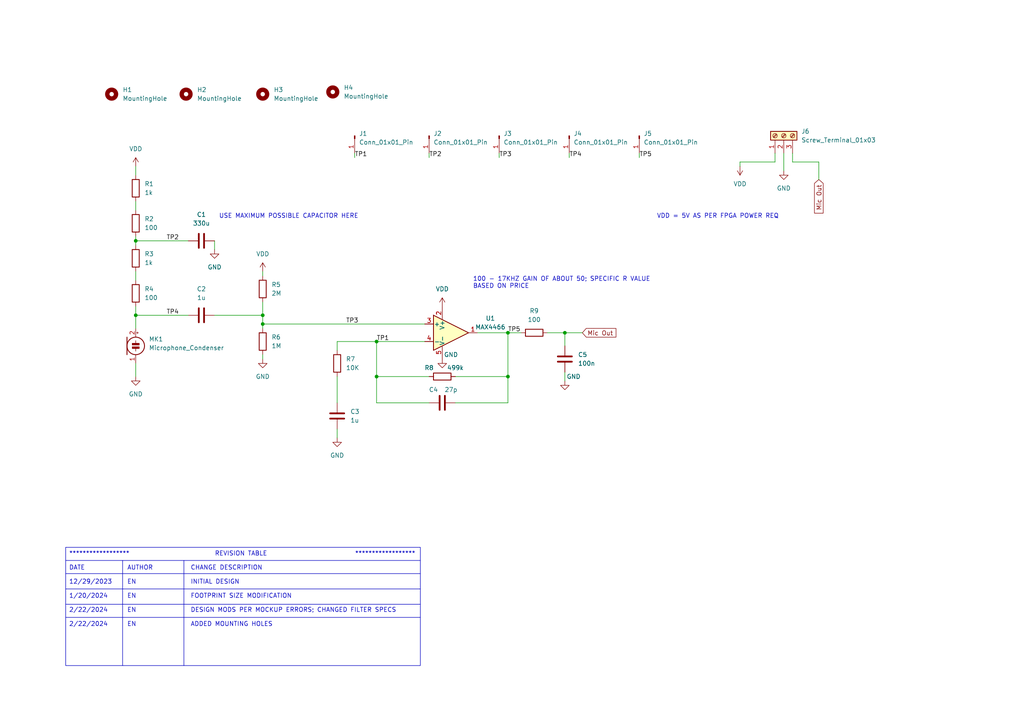
<source format=kicad_sch>
(kicad_sch (version 20230121) (generator eeschema)

  (uuid 571519de-2eb8-4552-bf3a-b048993b617b)

  (paper "A4")

  (title_block
    (title "MICROPHONE SCHEMATIC")
    (rev "D")
    (company "LNVD")
    (comment 1 "AUTHOR: EVAN NEWELL")
  )

  (lib_symbols
    (symbol "Amplifier_Operational:TSV911RILT" (pin_names (offset 0.127)) (in_bom yes) (on_board yes)
      (property "Reference" "U" (at 0 5.08 0)
        (effects (font (size 1.27 1.27)) (justify left))
      )
      (property "Value" "TSV911RILT" (at 0 -5.08 0)
        (effects (font (size 1.27 1.27)) (justify left))
      )
      (property "Footprint" "Package_TO_SOT_SMD:SOT-23-5" (at 0 0 0)
        (effects (font (size 1.27 1.27)) hide)
      )
      (property "Datasheet" "www.st.com/resource/en/datasheet/tsv911.pdf" (at 0 5.08 0)
        (effects (font (size 1.27 1.27)) hide)
      )
      (property "ki_keywords" "single opamp" (at 0 0 0)
        (effects (font (size 1.27 1.27)) hide)
      )
      (property "ki_description" "Single rail-to-rail input/output 8 MHz operational amplifiers, SOT-23-5" (at 0 0 0)
        (effects (font (size 1.27 1.27)) hide)
      )
      (property "ki_fp_filters" "SOT?23*" (at 0 0 0)
        (effects (font (size 1.27 1.27)) hide)
      )
      (symbol "TSV911RILT_0_1"
        (polyline
          (pts
            (xy -5.08 5.08)
            (xy 5.08 0)
            (xy -5.08 -5.08)
            (xy -5.08 5.08)
          )
          (stroke (width 0.254) (type default))
          (fill (type background))
        )
        (pin power_in line (at -2.54 7.62 270) (length 3.81)
          (name "V+" (effects (font (size 1.27 1.27))))
          (number "2" (effects (font (size 1.27 1.27))))
        )
        (pin power_in line (at -2.54 -7.62 90) (length 3.81)
          (name "V-" (effects (font (size 1.27 1.27))))
          (number "5" (effects (font (size 1.27 1.27))))
        )
      )
      (symbol "TSV911RILT_1_1"
        (pin output line (at 7.62 0 180) (length 2.54)
          (name "~" (effects (font (size 1.27 1.27))))
          (number "1" (effects (font (size 1.27 1.27))))
        )
        (pin input line (at -7.62 2.54 0) (length 2.54)
          (name "+" (effects (font (size 1.27 1.27))))
          (number "3" (effects (font (size 1.27 1.27))))
        )
        (pin input line (at -7.62 -2.54 0) (length 2.54)
          (name "-" (effects (font (size 1.27 1.27))))
          (number "4" (effects (font (size 1.27 1.27))))
        )
      )
    )
    (symbol "Connector:Conn_01x01_Pin" (pin_names (offset 1.016) hide) (in_bom yes) (on_board yes)
      (property "Reference" "J" (at 0 2.54 0)
        (effects (font (size 1.27 1.27)))
      )
      (property "Value" "Conn_01x01_Pin" (at 0 -2.54 0)
        (effects (font (size 1.27 1.27)))
      )
      (property "Footprint" "" (at 0 0 0)
        (effects (font (size 1.27 1.27)) hide)
      )
      (property "Datasheet" "~" (at 0 0 0)
        (effects (font (size 1.27 1.27)) hide)
      )
      (property "ki_locked" "" (at 0 0 0)
        (effects (font (size 1.27 1.27)))
      )
      (property "ki_keywords" "connector" (at 0 0 0)
        (effects (font (size 1.27 1.27)) hide)
      )
      (property "ki_description" "Generic connector, single row, 01x01, script generated" (at 0 0 0)
        (effects (font (size 1.27 1.27)) hide)
      )
      (property "ki_fp_filters" "Connector*:*_1x??_*" (at 0 0 0)
        (effects (font (size 1.27 1.27)) hide)
      )
      (symbol "Conn_01x01_Pin_1_1"
        (polyline
          (pts
            (xy 1.27 0)
            (xy 0.8636 0)
          )
          (stroke (width 0.1524) (type default))
          (fill (type none))
        )
        (rectangle (start 0.8636 0.127) (end 0 -0.127)
          (stroke (width 0.1524) (type default))
          (fill (type outline))
        )
        (pin passive line (at 5.08 0 180) (length 3.81)
          (name "Pin_1" (effects (font (size 1.27 1.27))))
          (number "1" (effects (font (size 1.27 1.27))))
        )
      )
    )
    (symbol "Connector:Screw_Terminal_01x03" (pin_names (offset 1.016) hide) (in_bom yes) (on_board yes)
      (property "Reference" "J" (at 0 5.08 0)
        (effects (font (size 1.27 1.27)))
      )
      (property "Value" "Screw_Terminal_01x03" (at 0 -5.08 0)
        (effects (font (size 1.27 1.27)))
      )
      (property "Footprint" "" (at 0 0 0)
        (effects (font (size 1.27 1.27)) hide)
      )
      (property "Datasheet" "~" (at 0 0 0)
        (effects (font (size 1.27 1.27)) hide)
      )
      (property "ki_keywords" "screw terminal" (at 0 0 0)
        (effects (font (size 1.27 1.27)) hide)
      )
      (property "ki_description" "Generic screw terminal, single row, 01x03, script generated (kicad-library-utils/schlib/autogen/connector/)" (at 0 0 0)
        (effects (font (size 1.27 1.27)) hide)
      )
      (property "ki_fp_filters" "TerminalBlock*:*" (at 0 0 0)
        (effects (font (size 1.27 1.27)) hide)
      )
      (symbol "Screw_Terminal_01x03_1_1"
        (rectangle (start -1.27 3.81) (end 1.27 -3.81)
          (stroke (width 0.254) (type default))
          (fill (type background))
        )
        (circle (center 0 -2.54) (radius 0.635)
          (stroke (width 0.1524) (type default))
          (fill (type none))
        )
        (polyline
          (pts
            (xy -0.5334 -2.2098)
            (xy 0.3302 -3.048)
          )
          (stroke (width 0.1524) (type default))
          (fill (type none))
        )
        (polyline
          (pts
            (xy -0.5334 0.3302)
            (xy 0.3302 -0.508)
          )
          (stroke (width 0.1524) (type default))
          (fill (type none))
        )
        (polyline
          (pts
            (xy -0.5334 2.8702)
            (xy 0.3302 2.032)
          )
          (stroke (width 0.1524) (type default))
          (fill (type none))
        )
        (polyline
          (pts
            (xy -0.3556 -2.032)
            (xy 0.508 -2.8702)
          )
          (stroke (width 0.1524) (type default))
          (fill (type none))
        )
        (polyline
          (pts
            (xy -0.3556 0.508)
            (xy 0.508 -0.3302)
          )
          (stroke (width 0.1524) (type default))
          (fill (type none))
        )
        (polyline
          (pts
            (xy -0.3556 3.048)
            (xy 0.508 2.2098)
          )
          (stroke (width 0.1524) (type default))
          (fill (type none))
        )
        (circle (center 0 0) (radius 0.635)
          (stroke (width 0.1524) (type default))
          (fill (type none))
        )
        (circle (center 0 2.54) (radius 0.635)
          (stroke (width 0.1524) (type default))
          (fill (type none))
        )
        (pin passive line (at -5.08 2.54 0) (length 3.81)
          (name "Pin_1" (effects (font (size 1.27 1.27))))
          (number "1" (effects (font (size 1.27 1.27))))
        )
        (pin passive line (at -5.08 0 0) (length 3.81)
          (name "Pin_2" (effects (font (size 1.27 1.27))))
          (number "2" (effects (font (size 1.27 1.27))))
        )
        (pin passive line (at -5.08 -2.54 0) (length 3.81)
          (name "Pin_3" (effects (font (size 1.27 1.27))))
          (number "3" (effects (font (size 1.27 1.27))))
        )
      )
    )
    (symbol "Device:C" (pin_numbers hide) (pin_names (offset 0.254)) (in_bom yes) (on_board yes)
      (property "Reference" "C" (at 0.635 2.54 0)
        (effects (font (size 1.27 1.27)) (justify left))
      )
      (property "Value" "C" (at 0.635 -2.54 0)
        (effects (font (size 1.27 1.27)) (justify left))
      )
      (property "Footprint" "" (at 0.9652 -3.81 0)
        (effects (font (size 1.27 1.27)) hide)
      )
      (property "Datasheet" "~" (at 0 0 0)
        (effects (font (size 1.27 1.27)) hide)
      )
      (property "ki_keywords" "cap capacitor" (at 0 0 0)
        (effects (font (size 1.27 1.27)) hide)
      )
      (property "ki_description" "Unpolarized capacitor" (at 0 0 0)
        (effects (font (size 1.27 1.27)) hide)
      )
      (property "ki_fp_filters" "C_*" (at 0 0 0)
        (effects (font (size 1.27 1.27)) hide)
      )
      (symbol "C_0_1"
        (polyline
          (pts
            (xy -2.032 -0.762)
            (xy 2.032 -0.762)
          )
          (stroke (width 0.508) (type default))
          (fill (type none))
        )
        (polyline
          (pts
            (xy -2.032 0.762)
            (xy 2.032 0.762)
          )
          (stroke (width 0.508) (type default))
          (fill (type none))
        )
      )
      (symbol "C_1_1"
        (pin passive line (at 0 3.81 270) (length 2.794)
          (name "~" (effects (font (size 1.27 1.27))))
          (number "1" (effects (font (size 1.27 1.27))))
        )
        (pin passive line (at 0 -3.81 90) (length 2.794)
          (name "~" (effects (font (size 1.27 1.27))))
          (number "2" (effects (font (size 1.27 1.27))))
        )
      )
    )
    (symbol "Device:Microphone_Condenser" (pin_names (offset 0.0254) hide) (in_bom yes) (on_board yes)
      (property "Reference" "MK" (at -3.302 1.27 0)
        (effects (font (size 1.27 1.27)) (justify right))
      )
      (property "Value" "Microphone_Condenser" (at -3.302 -0.635 0)
        (effects (font (size 1.27 1.27)) (justify right))
      )
      (property "Footprint" "" (at 0 2.54 90)
        (effects (font (size 1.27 1.27)) hide)
      )
      (property "Datasheet" "~" (at 0 2.54 90)
        (effects (font (size 1.27 1.27)) hide)
      )
      (property "ki_keywords" "capacitance condenser microphone" (at 0 0 0)
        (effects (font (size 1.27 1.27)) hide)
      )
      (property "ki_description" "Condenser microphone" (at 0 0 0)
        (effects (font (size 1.27 1.27)) hide)
      )
      (symbol "Microphone_Condenser_0_1"
        (polyline
          (pts
            (xy -2.54 2.54)
            (xy -2.54 -2.54)
          )
          (stroke (width 0.254) (type default))
          (fill (type none))
        )
        (polyline
          (pts
            (xy 0 -0.762)
            (xy 0 -1.524)
          )
          (stroke (width 0) (type default))
          (fill (type none))
        )
        (polyline
          (pts
            (xy 0 0.762)
            (xy 0 1.524)
          )
          (stroke (width 0) (type default))
          (fill (type none))
        )
        (polyline
          (pts
            (xy 0.254 3.81)
            (xy 0.762 3.81)
          )
          (stroke (width 0) (type default))
          (fill (type none))
        )
        (polyline
          (pts
            (xy 0.508 4.064)
            (xy 0.508 3.556)
          )
          (stroke (width 0) (type default))
          (fill (type none))
        )
        (circle (center 0 0) (radius 2.54)
          (stroke (width 0.254) (type default))
          (fill (type none))
        )
        (rectangle (start 1.016 -0.254) (end -1.016 -0.762)
          (stroke (width 0) (type default))
          (fill (type outline))
        )
        (rectangle (start 1.016 0.762) (end -1.016 0.254)
          (stroke (width 0) (type default))
          (fill (type outline))
        )
      )
      (symbol "Microphone_Condenser_1_1"
        (pin passive line (at 0 -5.08 90) (length 2.54)
          (name "-" (effects (font (size 1.27 1.27))))
          (number "1" (effects (font (size 1.27 1.27))))
        )
        (pin passive line (at 0 5.08 270) (length 2.54)
          (name "+" (effects (font (size 1.27 1.27))))
          (number "2" (effects (font (size 1.27 1.27))))
        )
      )
    )
    (symbol "Device:R" (pin_numbers hide) (pin_names (offset 0)) (in_bom yes) (on_board yes)
      (property "Reference" "R" (at 2.032 0 90)
        (effects (font (size 1.27 1.27)))
      )
      (property "Value" "R" (at 0 0 90)
        (effects (font (size 1.27 1.27)))
      )
      (property "Footprint" "" (at -1.778 0 90)
        (effects (font (size 1.27 1.27)) hide)
      )
      (property "Datasheet" "~" (at 0 0 0)
        (effects (font (size 1.27 1.27)) hide)
      )
      (property "ki_keywords" "R res resistor" (at 0 0 0)
        (effects (font (size 1.27 1.27)) hide)
      )
      (property "ki_description" "Resistor" (at 0 0 0)
        (effects (font (size 1.27 1.27)) hide)
      )
      (property "ki_fp_filters" "R_*" (at 0 0 0)
        (effects (font (size 1.27 1.27)) hide)
      )
      (symbol "R_0_1"
        (rectangle (start -1.016 -2.54) (end 1.016 2.54)
          (stroke (width 0.254) (type default))
          (fill (type none))
        )
      )
      (symbol "R_1_1"
        (pin passive line (at 0 3.81 270) (length 1.27)
          (name "~" (effects (font (size 1.27 1.27))))
          (number "1" (effects (font (size 1.27 1.27))))
        )
        (pin passive line (at 0 -3.81 90) (length 1.27)
          (name "~" (effects (font (size 1.27 1.27))))
          (number "2" (effects (font (size 1.27 1.27))))
        )
      )
    )
    (symbol "Mechanical:MountingHole" (pin_names (offset 1.016)) (in_bom yes) (on_board yes)
      (property "Reference" "H" (at 0 5.08 0)
        (effects (font (size 1.27 1.27)))
      )
      (property "Value" "MountingHole" (at 0 3.175 0)
        (effects (font (size 1.27 1.27)))
      )
      (property "Footprint" "" (at 0 0 0)
        (effects (font (size 1.27 1.27)) hide)
      )
      (property "Datasheet" "~" (at 0 0 0)
        (effects (font (size 1.27 1.27)) hide)
      )
      (property "ki_keywords" "mounting hole" (at 0 0 0)
        (effects (font (size 1.27 1.27)) hide)
      )
      (property "ki_description" "Mounting Hole without connection" (at 0 0 0)
        (effects (font (size 1.27 1.27)) hide)
      )
      (property "ki_fp_filters" "MountingHole*" (at 0 0 0)
        (effects (font (size 1.27 1.27)) hide)
      )
      (symbol "MountingHole_0_1"
        (circle (center 0 0) (radius 1.27)
          (stroke (width 1.27) (type default))
          (fill (type none))
        )
      )
    )
    (symbol "power:GND" (power) (pin_names (offset 0)) (in_bom yes) (on_board yes)
      (property "Reference" "#PWR" (at 0 -6.35 0)
        (effects (font (size 1.27 1.27)) hide)
      )
      (property "Value" "GND" (at 0 -3.81 0)
        (effects (font (size 1.27 1.27)))
      )
      (property "Footprint" "" (at 0 0 0)
        (effects (font (size 1.27 1.27)) hide)
      )
      (property "Datasheet" "" (at 0 0 0)
        (effects (font (size 1.27 1.27)) hide)
      )
      (property "ki_keywords" "global power" (at 0 0 0)
        (effects (font (size 1.27 1.27)) hide)
      )
      (property "ki_description" "Power symbol creates a global label with name \"GND\" , ground" (at 0 0 0)
        (effects (font (size 1.27 1.27)) hide)
      )
      (symbol "GND_0_1"
        (polyline
          (pts
            (xy 0 0)
            (xy 0 -1.27)
            (xy 1.27 -1.27)
            (xy 0 -2.54)
            (xy -1.27 -1.27)
            (xy 0 -1.27)
          )
          (stroke (width 0) (type default))
          (fill (type none))
        )
      )
      (symbol "GND_1_1"
        (pin power_in line (at 0 0 270) (length 0) hide
          (name "GND" (effects (font (size 1.27 1.27))))
          (number "1" (effects (font (size 1.27 1.27))))
        )
      )
    )
    (symbol "power:VDD" (power) (pin_names (offset 0)) (in_bom yes) (on_board yes)
      (property "Reference" "#PWR" (at 0 -3.81 0)
        (effects (font (size 1.27 1.27)) hide)
      )
      (property "Value" "VDD" (at 0 3.81 0)
        (effects (font (size 1.27 1.27)))
      )
      (property "Footprint" "" (at 0 0 0)
        (effects (font (size 1.27 1.27)) hide)
      )
      (property "Datasheet" "" (at 0 0 0)
        (effects (font (size 1.27 1.27)) hide)
      )
      (property "ki_keywords" "global power" (at 0 0 0)
        (effects (font (size 1.27 1.27)) hide)
      )
      (property "ki_description" "Power symbol creates a global label with name \"VDD\"" (at 0 0 0)
        (effects (font (size 1.27 1.27)) hide)
      )
      (symbol "VDD_0_1"
        (polyline
          (pts
            (xy -0.762 1.27)
            (xy 0 2.54)
          )
          (stroke (width 0) (type default))
          (fill (type none))
        )
        (polyline
          (pts
            (xy 0 0)
            (xy 0 2.54)
          )
          (stroke (width 0) (type default))
          (fill (type none))
        )
        (polyline
          (pts
            (xy 0 2.54)
            (xy 0.762 1.27)
          )
          (stroke (width 0) (type default))
          (fill (type none))
        )
      )
      (symbol "VDD_1_1"
        (pin power_in line (at 0 0 90) (length 0) hide
          (name "VDD" (effects (font (size 1.27 1.27))))
          (number "1" (effects (font (size 1.27 1.27))))
        )
      )
    )
  )

  (junction (at 39.37 91.44) (diameter 0) (color 0 0 0 0)
    (uuid 2f56f7c9-394f-4255-802a-1e0694fde849)
  )
  (junction (at 39.37 69.85) (diameter 0) (color 0 0 0 0)
    (uuid 589e516c-c88d-4e51-ab9f-a88c2bfd3a15)
  )
  (junction (at 109.22 109.22) (diameter 0) (color 0 0 0 0)
    (uuid 6eaa23c2-72ab-4211-a46a-65e526106bd9)
  )
  (junction (at 147.32 96.52) (diameter 0) (color 0 0 0 0)
    (uuid 9d6e953f-d34a-4592-8628-e11865b5a1be)
  )
  (junction (at 147.32 109.22) (diameter 0) (color 0 0 0 0)
    (uuid ca528db7-21d0-46c7-bb86-dcf005610b07)
  )
  (junction (at 76.2 91.44) (diameter 0) (color 0 0 0 0)
    (uuid cdb7ab73-1195-46a1-9a97-92f7a2f0bbee)
  )
  (junction (at 109.22 99.06) (diameter 0) (color 0 0 0 0)
    (uuid d7cdf9c1-6e75-4c05-93a5-b5735f32ecc1)
  )
  (junction (at 163.83 96.52) (diameter 0) (color 0 0 0 0)
    (uuid ea54582b-4a74-4918-aff1-b0b4e0273c3f)
  )
  (junction (at 76.2 93.98) (diameter 0) (color 0 0 0 0)
    (uuid f8499a2c-e379-435a-8705-336e722e69aa)
  )

  (wire (pts (xy 39.37 78.74) (xy 39.37 81.28))
    (stroke (width 0) (type default))
    (uuid 058fb24e-6228-4d00-bcf3-8481b6000148)
  )
  (wire (pts (xy 237.49 52.07) (xy 237.49 46.99))
    (stroke (width 0) (type default))
    (uuid 0a4166fb-1fc7-466d-bda5-1b201a8dea47)
  )
  (wire (pts (xy 109.22 99.06) (xy 123.19 99.06))
    (stroke (width 0) (type default))
    (uuid 0acbd19d-d772-46af-b753-2e89e394b631)
  )
  (wire (pts (xy 76.2 93.98) (xy 123.19 93.98))
    (stroke (width 0) (type default))
    (uuid 0b78a5d2-6936-40b1-be79-53cefa7345dc)
  )
  (polyline (pts (xy 53.34 162.56) (xy 53.34 193.04))
    (stroke (width 0) (type default))
    (uuid 0c436b25-cc4e-4814-8784-aa93cd99f9a7)
  )

  (wire (pts (xy 62.23 72.39) (xy 62.23 69.85))
    (stroke (width 0) (type default))
    (uuid 10124c87-80d7-49fd-b89d-619c7de5c06e)
  )
  (polyline (pts (xy 19.05 166.37) (xy 121.92 166.37))
    (stroke (width 0) (type default))
    (uuid 21ba456d-6802-409c-a824-3c5765aeaf4c)
  )

  (wire (pts (xy 39.37 88.9) (xy 39.37 91.44))
    (stroke (width 0) (type default))
    (uuid 26a948c0-3034-4405-9fe3-ccb47055d4de)
  )
  (wire (pts (xy 163.83 96.52) (xy 168.91 96.52))
    (stroke (width 0) (type default))
    (uuid 2ace1c2e-59ec-42f0-baf6-fdb5b14dd5a2)
  )
  (wire (pts (xy 124.46 116.84) (xy 109.22 116.84))
    (stroke (width 0) (type default))
    (uuid 38c2a51a-ce5b-446c-97e1-b7f5836ca04e)
  )
  (wire (pts (xy 214.63 46.99) (xy 214.63 48.26))
    (stroke (width 0) (type default))
    (uuid 3c452847-4d96-4cee-9c78-a41b87ec8ec3)
  )
  (wire (pts (xy 76.2 104.14) (xy 76.2 102.87))
    (stroke (width 0) (type default))
    (uuid 3ce5a339-d126-4bfa-9c47-9aba9a9ab628)
  )
  (wire (pts (xy 151.13 96.52) (xy 147.32 96.52))
    (stroke (width 0) (type default))
    (uuid 49c70d29-ef6b-40a8-9f6c-000ada0f8597)
  )
  (wire (pts (xy 39.37 69.85) (xy 39.37 71.12))
    (stroke (width 0) (type default))
    (uuid 50461457-d2ac-47b6-9413-76928b8c300b)
  )
  (wire (pts (xy 144.78 45.72) (xy 144.78 44.45))
    (stroke (width 0) (type default))
    (uuid 5d1e75d9-ab19-45c0-bf05-9931754e5cc1)
  )
  (wire (pts (xy 109.22 109.22) (xy 124.46 109.22))
    (stroke (width 0) (type default))
    (uuid 5ea7ba68-c87a-41dc-8b42-2e7fd6ea8945)
  )
  (wire (pts (xy 224.79 46.99) (xy 224.79 44.45))
    (stroke (width 0) (type default))
    (uuid 66ab87f1-a3b1-4cd0-b942-dd58e1b890a1)
  )
  (wire (pts (xy 76.2 93.98) (xy 76.2 95.25))
    (stroke (width 0) (type default))
    (uuid 695c3065-392b-4c98-ac80-5394bccb4d0e)
  )
  (wire (pts (xy 147.32 109.22) (xy 132.08 109.22))
    (stroke (width 0) (type default))
    (uuid 6a7c7d02-31ea-405b-b55a-dcad3da7d4ea)
  )
  (wire (pts (xy 39.37 48.26) (xy 39.37 50.8))
    (stroke (width 0) (type default))
    (uuid 6b2219b8-97f6-4470-8b57-33d1319ccb8f)
  )
  (wire (pts (xy 147.32 116.84) (xy 147.32 109.22))
    (stroke (width 0) (type default))
    (uuid 6ce831eb-899c-4036-9ae9-6623e26a3add)
  )
  (wire (pts (xy 147.32 96.52) (xy 147.32 109.22))
    (stroke (width 0) (type default))
    (uuid 813eca34-7196-4baf-ab52-4d6289c4bf0e)
  )
  (wire (pts (xy 138.43 96.52) (xy 147.32 96.52))
    (stroke (width 0) (type default))
    (uuid 8215cad1-5e0d-43cc-a78d-e998c598acc8)
  )
  (wire (pts (xy 124.46 45.72) (xy 124.46 44.45))
    (stroke (width 0) (type default))
    (uuid 83271716-aa57-4709-a50b-ef3356ac48fd)
  )
  (wire (pts (xy 97.79 101.6) (xy 97.79 99.06))
    (stroke (width 0) (type default))
    (uuid 916f536d-00f6-439c-99a5-35edeae8fdd1)
  )
  (wire (pts (xy 97.79 127) (xy 97.79 124.46))
    (stroke (width 0) (type default))
    (uuid 92b970c3-1be4-4f52-8b1e-189027fae94f)
  )
  (wire (pts (xy 214.63 46.99) (xy 224.79 46.99))
    (stroke (width 0) (type default))
    (uuid 92ccabc5-adf3-4e29-8997-e2222a523d1a)
  )
  (wire (pts (xy 109.22 99.06) (xy 109.22 109.22))
    (stroke (width 0) (type default))
    (uuid 972cfbdf-6bbe-4e5e-a519-9b7c9bfdc946)
  )
  (wire (pts (xy 163.83 96.52) (xy 163.83 100.33))
    (stroke (width 0) (type default))
    (uuid 97b575fb-4f42-4986-b0f4-bdc7f3d37c46)
  )
  (wire (pts (xy 39.37 109.22) (xy 39.37 105.41))
    (stroke (width 0) (type default))
    (uuid 9872d244-dd0f-40f7-be45-60e1df9b3b2c)
  )
  (wire (pts (xy 132.08 116.84) (xy 147.32 116.84))
    (stroke (width 0) (type default))
    (uuid 9b9237c3-8f83-4146-82b8-c71a618ab728)
  )
  (polyline (pts (xy 19.05 162.56) (xy 121.92 162.56))
    (stroke (width 0) (type default))
    (uuid 9bb3661c-aacd-4dd4-8a9d-7151c9e00f5b)
  )

  (wire (pts (xy 76.2 87.63) (xy 76.2 91.44))
    (stroke (width 0) (type default))
    (uuid 9ee69d0a-f3e0-4f21-a885-5d29a3dda0d8)
  )
  (wire (pts (xy 39.37 68.58) (xy 39.37 69.85))
    (stroke (width 0) (type default))
    (uuid a38153b3-e05e-4e9e-93d8-e247d19f7e22)
  )
  (wire (pts (xy 39.37 58.42) (xy 39.37 60.96))
    (stroke (width 0) (type default))
    (uuid a442eca6-3b99-4e31-9a05-771e3cbdea93)
  )
  (polyline (pts (xy 19.05 175.26) (xy 121.92 175.26))
    (stroke (width 0) (type default))
    (uuid a4d2d666-e994-4be6-95ad-75a80a4f22a0)
  )
  (polyline (pts (xy 35.56 162.56) (xy 35.56 193.04))
    (stroke (width 0) (type default))
    (uuid a9c77a76-2b59-42b5-9c3a-2a5f4ec1fee0)
  )
  (polyline (pts (xy 19.05 179.07) (xy 121.92 179.07))
    (stroke (width 0) (type default))
    (uuid abb03ba4-c1a4-4305-8642-17df15f3026b)
  )
  (polyline (pts (xy 19.05 170.815) (xy 121.92 170.815))
    (stroke (width 0) (type default))
    (uuid b0083fa7-d874-45bf-bbe6-9ef1a899bb4e)
  )

  (wire (pts (xy 227.33 49.53) (xy 227.33 44.45))
    (stroke (width 0) (type default))
    (uuid b9161542-a5bb-4209-8a75-0aa67201e924)
  )
  (wire (pts (xy 39.37 91.44) (xy 39.37 95.25))
    (stroke (width 0) (type default))
    (uuid bc68ef61-6d78-4e10-b2f1-3d0c9d7f9b8b)
  )
  (wire (pts (xy 163.83 110.49) (xy 163.83 107.95))
    (stroke (width 0) (type default))
    (uuid bf2aff6c-59b2-4bac-86f2-60bc9adb2fe8)
  )
  (wire (pts (xy 165.1 45.72) (xy 165.1 44.45))
    (stroke (width 0) (type default))
    (uuid c1aec1c3-41fa-4029-9755-5d75d86d5d9c)
  )
  (wire (pts (xy 237.49 46.99) (xy 229.87 46.99))
    (stroke (width 0) (type default))
    (uuid c201a823-b1bd-4b1e-b449-b07c3d32088e)
  )
  (wire (pts (xy 76.2 78.74) (xy 76.2 80.01))
    (stroke (width 0) (type default))
    (uuid c8d9d2c4-88a3-4dfb-9ac8-2ed55bfc8bd0)
  )
  (wire (pts (xy 39.37 91.44) (xy 54.61 91.44))
    (stroke (width 0) (type default))
    (uuid cce14976-2f45-4b1d-baab-dc94b9848eb8)
  )
  (wire (pts (xy 102.87 45.72) (xy 102.87 44.45))
    (stroke (width 0) (type default))
    (uuid d7040721-b59b-480e-b6d8-09dc698b9b0f)
  )
  (wire (pts (xy 76.2 91.44) (xy 76.2 93.98))
    (stroke (width 0) (type default))
    (uuid d88b3a2f-d5bc-487c-8e81-b09466d444b5)
  )
  (wire (pts (xy 229.87 46.99) (xy 229.87 44.45))
    (stroke (width 0) (type default))
    (uuid dac6dabd-65e5-441d-9bf0-67942fbf1598)
  )
  (wire (pts (xy 185.42 45.72) (xy 185.42 44.45))
    (stroke (width 0) (type default))
    (uuid dd954b27-5cff-41af-936c-08a570ccb4c5)
  )
  (wire (pts (xy 158.75 96.52) (xy 163.83 96.52))
    (stroke (width 0) (type default))
    (uuid e022d902-42d7-42e9-bf9c-60a1e46969d3)
  )
  (wire (pts (xy 97.79 109.22) (xy 97.79 116.84))
    (stroke (width 0) (type default))
    (uuid e3e06534-8bbc-421d-aa5c-173d960127ee)
  )
  (wire (pts (xy 54.61 69.85) (xy 39.37 69.85))
    (stroke (width 0) (type default))
    (uuid f68d657f-6533-45f5-ac39-1aa51d3251c5)
  )
  (wire (pts (xy 97.79 99.06) (xy 109.22 99.06))
    (stroke (width 0) (type default))
    (uuid fd5e0b20-413a-428f-9a1c-81d141cb974b)
  )
  (wire (pts (xy 109.22 109.22) (xy 109.22 116.84))
    (stroke (width 0) (type default))
    (uuid fe6353e3-fc2c-49b8-a310-d1146f131805)
  )
  (wire (pts (xy 62.23 91.44) (xy 76.2 91.44))
    (stroke (width 0) (type default))
    (uuid fe6a2aa2-c6f0-49e7-9b90-af011321bcae)
  )

  (text_box "******************				  REVISION TABLE				  ******************\n	\nDATE		  AUTHOR		CHANGE DESCRIPTION\n\n12/29/2023	  EN			INITIAL DESIGN\n\n1/20/2024	  EN			FOOTPRINT SIZE MODIFICATION\n\n2/22/2024	  EN			DESIGN MODS PER MOCKUP ERRORS; CHANGED FILTER SPECS\n\n2/22/2024	  EN			ADDED MOUNTING HOLES"
    (at 19.05 158.75 0) (size 102.87 34.29)
    (stroke (width 0) (type default))
    (fill (type none))
    (effects (font (size 1.27 1.27)) (justify left top))
    (uuid 46a13f31-3d36-4f16-8ba1-41506d5df85c)
  )

  (text "VDD = 5V AS PER FPGA POWER REQ" (at 190.5 63.5 0)
    (effects (font (size 1.27 1.27)) (justify left bottom))
    (uuid 376e1aa6-1c0a-4c76-af3e-c8f181143656)
  )
  (text "100 - 17KHZ GAIN OF ABOUT 50; SPECIFIC R VALUE\nBASED ON PRICE"
    (at 137.16 83.82 0)
    (effects (font (size 1.27 1.27)) (justify left bottom))
    (uuid 7a747be9-f068-4b15-8a03-48f01970e6b1)
  )
  (text "USE MAXIMUM POSSIBLE CAPACITOR HERE " (at 63.5 63.5 0)
    (effects (font (size 1.27 1.27)) (justify left bottom))
    (uuid fc3b8a7e-2acf-4721-86cb-fc09718e3217)
  )

  (label "TP4" (at 48.26 91.44 0) (fields_autoplaced)
    (effects (font (size 1.27 1.27)) (justify left bottom))
    (uuid 235dcca0-6339-4932-8011-3b53f0ffeed5)
  )
  (label "TP4" (at 165.1 45.72 0) (fields_autoplaced)
    (effects (font (size 1.27 1.27)) (justify left bottom))
    (uuid 6fcfc910-fea4-4038-bd87-e86845ce2ac7)
  )
  (label "TP3" (at 144.78 45.72 0) (fields_autoplaced)
    (effects (font (size 1.27 1.27)) (justify left bottom))
    (uuid 82822cc7-60f8-4c04-869e-98a63f532978)
  )
  (label "TP5" (at 147.32 96.52 0) (fields_autoplaced)
    (effects (font (size 1.27 1.27)) (justify left bottom))
    (uuid 9191baaa-ac7e-4540-8666-9d53ae33f16e)
  )
  (label "TP3" (at 100.33 93.98 0) (fields_autoplaced)
    (effects (font (size 1.27 1.27)) (justify left bottom))
    (uuid 9757b2ce-3945-4682-8e13-2283c4d932ea)
  )
  (label "TP1" (at 102.87 45.72 0) (fields_autoplaced)
    (effects (font (size 1.27 1.27)) (justify left bottom))
    (uuid 9fd81471-a5be-4fce-bf42-dc5aa12b151b)
  )
  (label "TP2" (at 48.26 69.85 0) (fields_autoplaced)
    (effects (font (size 1.27 1.27)) (justify left bottom))
    (uuid aab68071-2909-4918-a8ec-1678cf7f1fcb)
  )
  (label "TP1" (at 109.22 99.06 0) (fields_autoplaced)
    (effects (font (size 1.27 1.27)) (justify left bottom))
    (uuid b9629f90-3ec2-407d-8a85-0cc9c2f60526)
  )
  (label "TP2" (at 124.46 45.72 0) (fields_autoplaced)
    (effects (font (size 1.27 1.27)) (justify left bottom))
    (uuid f0154702-a343-44d3-b338-37645d0f96a6)
  )
  (label "TP5" (at 185.42 45.72 0) (fields_autoplaced)
    (effects (font (size 1.27 1.27)) (justify left bottom))
    (uuid f8a32d00-359c-475a-a79d-c67345c9c62a)
  )

  (global_label "Mic Out" (shape input) (at 168.91 96.52 0) (fields_autoplaced)
    (effects (font (size 1.27 1.27)) (justify left))
    (uuid 2b9ab0a3-ad82-4de0-ad9b-8b5bd2e5abb1)
    (property "Intersheetrefs" "${INTERSHEET_REFS}" (at 179.2128 96.52 0)
      (effects (font (size 1.27 1.27)) (justify left) hide)
    )
  )
  (global_label "Mic Out" (shape input) (at 237.49 52.07 270) (fields_autoplaced)
    (effects (font (size 1.27 1.27)) (justify right))
    (uuid aeb87312-bfcb-4140-baa3-e6d034afc62a)
    (property "Intersheetrefs" "${INTERSHEET_REFS}" (at 237.49 62.3728 90)
      (effects (font (size 1.27 1.27)) (justify right) hide)
    )
  )

  (symbol (lib_id "Mechanical:MountingHole") (at 53.975 27.305 0) (unit 1)
    (in_bom yes) (on_board yes) (dnp no) (fields_autoplaced)
    (uuid 0339915b-804a-4a0d-9020-e41465946298)
    (property "Reference" "H2" (at 57.15 26.035 0)
      (effects (font (size 1.27 1.27)) (justify left))
    )
    (property "Value" "MountingHole" (at 57.15 28.575 0)
      (effects (font (size 1.27 1.27)) (justify left))
    )
    (property "Footprint" "MountingHole:MountingHole_2mm" (at 53.975 27.305 0)
      (effects (font (size 1.27 1.27)) hide)
    )
    (property "Datasheet" "~" (at 53.975 27.305 0)
      (effects (font (size 1.27 1.27)) hide)
    )
    (instances
      (project "Microphone"
        (path "/571519de-2eb8-4552-bf3a-b048993b617b"
          (reference "H2") (unit 1)
        )
      )
    )
  )

  (symbol (lib_id "Connector:Conn_01x01_Pin") (at 102.87 39.37 270) (unit 1)
    (in_bom yes) (on_board yes) (dnp no) (fields_autoplaced)
    (uuid 13095dd7-8abd-4fe3-a4cb-9f663d840053)
    (property "Reference" "J1" (at 104.14 38.735 90)
      (effects (font (size 1.27 1.27)) (justify left))
    )
    (property "Value" "Conn_01x01_Pin" (at 104.14 41.275 90)
      (effects (font (size 1.27 1.27)) (justify left))
    )
    (property "Footprint" "Library:ADAM-TECH_PH1-01-UA" (at 102.87 39.37 0)
      (effects (font (size 1.27 1.27)) hide)
    )
    (property "Datasheet" "chrome-extension://efaidnbmnnnibpcajpcglclefindmkaj/https://app.adam-tech.com/products/download/data_sheet/201605/ph1-xx-ua-data-sheet.pdf" (at 102.87 39.37 0)
      (effects (font (size 1.27 1.27)) hide)
    )
    (property "Digikey Part #" "PH1-01-UA" (at 102.87 39.37 0)
      (effects (font (size 1.27 1.27)) hide)
    )
    (property "Price" "$0.10" (at 102.87 39.37 0)
      (effects (font (size 1.27 1.27)) hide)
    )
    (pin "1" (uuid 7254c230-eb07-4f2b-be8b-21c5eea1b3f8))
    (instances
      (project "Microphone"
        (path "/571519de-2eb8-4552-bf3a-b048993b617b"
          (reference "J1") (unit 1)
        )
      )
    )
  )

  (symbol (lib_id "Connector:Conn_01x01_Pin") (at 144.78 39.37 270) (unit 1)
    (in_bom yes) (on_board yes) (dnp no) (fields_autoplaced)
    (uuid 187992c8-2db7-43e3-a6cf-1bf6de020549)
    (property "Reference" "J3" (at 146.05 38.735 90)
      (effects (font (size 1.27 1.27)) (justify left))
    )
    (property "Value" "Conn_01x01_Pin" (at 146.05 41.275 90)
      (effects (font (size 1.27 1.27)) (justify left))
    )
    (property "Footprint" "Library:ADAM-TECH_PH1-01-UA" (at 144.78 39.37 0)
      (effects (font (size 1.27 1.27)) hide)
    )
    (property "Datasheet" "chrome-extension://efaidnbmnnnibpcajpcglclefindmkaj/https://app.adam-tech.com/products/download/data_sheet/201605/ph1-xx-ua-data-sheet.pdf" (at 144.78 39.37 0)
      (effects (font (size 1.27 1.27)) hide)
    )
    (property "Digikey Part #" "PH1-01-UA" (at 144.78 39.37 0)
      (effects (font (size 1.27 1.27)) hide)
    )
    (property "Price" "$0.10" (at 144.78 39.37 0)
      (effects (font (size 1.27 1.27)) hide)
    )
    (pin "1" (uuid 6acd4b8a-0bc2-43e7-942a-c8c125a206b0))
    (instances
      (project "Microphone"
        (path "/571519de-2eb8-4552-bf3a-b048993b617b"
          (reference "J3") (unit 1)
        )
      )
    )
  )

  (symbol (lib_id "power:VDD") (at 214.63 48.26 180) (unit 1)
    (in_bom yes) (on_board yes) (dnp no) (fields_autoplaced)
    (uuid 218150d5-1054-4da1-92ed-55402af95dc2)
    (property "Reference" "#PWR010" (at 214.63 44.45 0)
      (effects (font (size 1.27 1.27)) hide)
    )
    (property "Value" "VDD" (at 214.63 53.34 0)
      (effects (font (size 1.27 1.27)))
    )
    (property "Footprint" "" (at 214.63 48.26 0)
      (effects (font (size 1.27 1.27)) hide)
    )
    (property "Datasheet" "" (at 214.63 48.26 0)
      (effects (font (size 1.27 1.27)) hide)
    )
    (pin "1" (uuid 9cbb6761-21f1-4955-8b08-b6e65080a895))
    (instances
      (project "Microphone"
        (path "/571519de-2eb8-4552-bf3a-b048993b617b"
          (reference "#PWR010") (unit 1)
        )
      )
    )
  )

  (symbol (lib_id "Amplifier_Operational:TSV911RILT") (at 130.81 96.52 0) (unit 1)
    (in_bom yes) (on_board yes) (dnp no) (fields_autoplaced)
    (uuid 21836598-4f3b-478d-ae80-bf9fa189d4c0)
    (property "Reference" "U1" (at 142.24 92.3291 0)
      (effects (font (size 1.27 1.27)))
    )
    (property "Value" "MAX4466" (at 142.24 94.8691 0)
      (effects (font (size 1.27 1.27)))
    )
    (property "Footprint" "Library:Mic_Op_Amp" (at 130.81 96.52 0)
      (effects (font (size 1.27 1.27)) hide)
    )
    (property "Datasheet" "chrome-extension://efaidnbmnnnibpcajpcglclefindmkaj/https://www.analog.com/media/en/technical-documentation/data-sheets/max4465-max4469.pdf" (at 130.81 91.44 0)
      (effects (font (size 1.27 1.27)) hide)
    )
    (property "Digikey Part #" "MAX4466EXK+T" (at 130.81 96.52 0)
      (effects (font (size 1.27 1.27)) hide)
    )
    (property "Price" "$0.90" (at 130.81 96.52 0)
      (effects (font (size 1.27 1.27)) hide)
    )
    (pin "2" (uuid 084761de-4cc4-4654-913b-27b528a7b9ad))
    (pin "5" (uuid 9a44c6a6-f30f-4eab-84c6-b6e1f493df7c))
    (pin "1" (uuid aafdf380-4136-441c-9609-158d84e0be01))
    (pin "3" (uuid 8192ec4b-c8fa-418a-8fe0-8fe8804d8440))
    (pin "4" (uuid 1684c828-394d-4b50-b866-54357f39cbea))
    (instances
      (project "Microphone"
        (path "/571519de-2eb8-4552-bf3a-b048993b617b"
          (reference "U1") (unit 1)
        )
      )
    )
  )

  (symbol (lib_id "Device:R") (at 154.94 96.52 90) (unit 1)
    (in_bom yes) (on_board yes) (dnp no) (fields_autoplaced)
    (uuid 2911d11c-49da-449d-85fa-a30f41e38394)
    (property "Reference" "R9" (at 154.94 90.17 90)
      (effects (font (size 1.27 1.27)))
    )
    (property "Value" "100" (at 154.94 92.71 90)
      (effects (font (size 1.27 1.27)))
    )
    (property "Footprint" "Library:RESC2012X60N" (at 154.94 98.298 90)
      (effects (font (size 1.27 1.27)) hide)
    )
    (property "Datasheet" "https://www.yageo.com/upload/media/product/app/datasheet/rchip/pyu-rc_group_51_rohs_l.pdf" (at 154.94 96.52 0)
      (effects (font (size 1.27 1.27)) hide)
    )
    (property "Digikey Part #" "RC0805FR-07100RL" (at 154.94 96.52 90)
      (effects (font (size 1.27 1.27)) hide)
    )
    (property "Price" "$0.10" (at 154.94 96.52 90)
      (effects (font (size 1.27 1.27)) hide)
    )
    (pin "1" (uuid b882f4b5-e44d-466a-ac8f-91aa5950743d))
    (pin "2" (uuid daa251d3-3031-430c-97e8-2cd7f3cbe986))
    (instances
      (project "Microphone"
        (path "/571519de-2eb8-4552-bf3a-b048993b617b"
          (reference "R9") (unit 1)
        )
      )
    )
  )

  (symbol (lib_id "power:GND") (at 62.23 72.39 0) (unit 1)
    (in_bom yes) (on_board yes) (dnp no) (fields_autoplaced)
    (uuid 2bdbfd86-45a8-457e-b892-de0f6be5a62a)
    (property "Reference" "#PWR03" (at 62.23 78.74 0)
      (effects (font (size 1.27 1.27)) hide)
    )
    (property "Value" "GND" (at 62.23 77.47 0)
      (effects (font (size 1.27 1.27)))
    )
    (property "Footprint" "" (at 62.23 72.39 0)
      (effects (font (size 1.27 1.27)) hide)
    )
    (property "Datasheet" "" (at 62.23 72.39 0)
      (effects (font (size 1.27 1.27)) hide)
    )
    (pin "1" (uuid e6d520dd-28d1-4e7f-9e8c-ab5d9a09dd38))
    (instances
      (project "Microphone"
        (path "/571519de-2eb8-4552-bf3a-b048993b617b"
          (reference "#PWR03") (unit 1)
        )
      )
    )
  )

  (symbol (lib_id "power:VDD") (at 76.2 78.74 0) (unit 1)
    (in_bom yes) (on_board yes) (dnp no) (fields_autoplaced)
    (uuid 2e556dfe-d813-42c1-803d-101748c945b2)
    (property "Reference" "#PWR04" (at 76.2 82.55 0)
      (effects (font (size 1.27 1.27)) hide)
    )
    (property "Value" "VDD" (at 76.2 73.66 0)
      (effects (font (size 1.27 1.27)))
    )
    (property "Footprint" "" (at 76.2 78.74 0)
      (effects (font (size 1.27 1.27)) hide)
    )
    (property "Datasheet" "" (at 76.2 78.74 0)
      (effects (font (size 1.27 1.27)) hide)
    )
    (pin "1" (uuid 0abcaf86-89f0-480c-b611-f792a21426f8))
    (instances
      (project "Microphone"
        (path "/571519de-2eb8-4552-bf3a-b048993b617b"
          (reference "#PWR04") (unit 1)
        )
      )
    )
  )

  (symbol (lib_id "power:VDD") (at 128.27 88.9 0) (unit 1)
    (in_bom yes) (on_board yes) (dnp no) (fields_autoplaced)
    (uuid 2fd6b391-09c6-4316-9d6a-2c96e9aae5c0)
    (property "Reference" "#PWR07" (at 128.27 92.71 0)
      (effects (font (size 1.27 1.27)) hide)
    )
    (property "Value" "VDD" (at 128.27 83.82 0)
      (effects (font (size 1.27 1.27)))
    )
    (property "Footprint" "" (at 128.27 88.9 0)
      (effects (font (size 1.27 1.27)) hide)
    )
    (property "Datasheet" "" (at 128.27 88.9 0)
      (effects (font (size 1.27 1.27)) hide)
    )
    (pin "1" (uuid 9dd02dc4-eb85-4266-a95b-5a77ca9cb6e6))
    (instances
      (project "Microphone"
        (path "/571519de-2eb8-4552-bf3a-b048993b617b"
          (reference "#PWR07") (unit 1)
        )
      )
    )
  )

  (symbol (lib_id "power:GND") (at 227.33 49.53 0) (unit 1)
    (in_bom yes) (on_board yes) (dnp no) (fields_autoplaced)
    (uuid 30ccc412-ed1a-4cee-9dd7-abb87852fb93)
    (property "Reference" "#PWR011" (at 227.33 55.88 0)
      (effects (font (size 1.27 1.27)) hide)
    )
    (property "Value" "GND" (at 227.33 54.61 0)
      (effects (font (size 1.27 1.27)))
    )
    (property "Footprint" "" (at 227.33 49.53 0)
      (effects (font (size 1.27 1.27)) hide)
    )
    (property "Datasheet" "" (at 227.33 49.53 0)
      (effects (font (size 1.27 1.27)) hide)
    )
    (pin "1" (uuid aad02962-7c76-479f-ac40-49814b7cb4ea))
    (instances
      (project "Microphone"
        (path "/571519de-2eb8-4552-bf3a-b048993b617b"
          (reference "#PWR011") (unit 1)
        )
      )
    )
  )

  (symbol (lib_id "Connector:Conn_01x01_Pin") (at 124.46 39.37 270) (unit 1)
    (in_bom yes) (on_board yes) (dnp no) (fields_autoplaced)
    (uuid 3e235765-5faa-4204-bced-96864676d1e8)
    (property "Reference" "J2" (at 125.73 38.735 90)
      (effects (font (size 1.27 1.27)) (justify left))
    )
    (property "Value" "Conn_01x01_Pin" (at 125.73 41.275 90)
      (effects (font (size 1.27 1.27)) (justify left))
    )
    (property "Footprint" "Library:ADAM-TECH_PH1-01-UA" (at 124.46 39.37 0)
      (effects (font (size 1.27 1.27)) hide)
    )
    (property "Datasheet" "chrome-extension://efaidnbmnnnibpcajpcglclefindmkaj/https://app.adam-tech.com/products/download/data_sheet/201605/ph1-xx-ua-data-sheet.pdf" (at 124.46 39.37 0)
      (effects (font (size 1.27 1.27)) hide)
    )
    (property "Digikey Part #" "PH1-01-UA" (at 124.46 39.37 0)
      (effects (font (size 1.27 1.27)) hide)
    )
    (property "Price" "$0.10" (at 124.46 39.37 0)
      (effects (font (size 1.27 1.27)) hide)
    )
    (pin "1" (uuid 883caeb1-c78f-4430-9822-4e217b08442a))
    (instances
      (project "Microphone"
        (path "/571519de-2eb8-4552-bf3a-b048993b617b"
          (reference "J2") (unit 1)
        )
      )
    )
  )

  (symbol (lib_id "Connector:Screw_Terminal_01x03") (at 227.33 39.37 90) (unit 1)
    (in_bom yes) (on_board yes) (dnp no) (fields_autoplaced)
    (uuid 5508ae16-75bc-4698-9018-3079f84b3fc1)
    (property "Reference" "J6" (at 232.41 38.1 90)
      (effects (font (size 1.27 1.27)) (justify right))
    )
    (property "Value" "Screw_Terminal_01x03" (at 232.41 40.64 90)
      (effects (font (size 1.27 1.27)) (justify right))
    )
    (property "Footprint" "Library:CONN_1984976_PXC" (at 227.33 39.37 0)
      (effects (font (size 1.27 1.27)) hide)
    )
    (property "Datasheet" "https://mm.digikey.com/Volume0/opasdata/d220001/medias/docus/2515/COMBICON%20Spring-Cage%20PCB%20Term.%20Blocks.pdf" (at 227.33 39.37 0)
      (effects (font (size 1.27 1.27)) hide)
    )
    (property "Digikey Part #" "1984976" (at 227.33 39.37 90)
      (effects (font (size 1.27 1.27)) hide)
    )
    (property "Price" "$0.62" (at 227.33 39.37 90)
      (effects (font (size 1.27 1.27)) hide)
    )
    (pin "1" (uuid e1a0481f-4d54-486d-a909-04bb8636f250))
    (pin "2" (uuid d1022c65-1bbf-4eec-917e-3f7276e6bdb1))
    (pin "3" (uuid c6e2376d-7a22-4fd5-b587-25f75fb4ea9f))
    (instances
      (project "Microphone"
        (path "/571519de-2eb8-4552-bf3a-b048993b617b"
          (reference "J6") (unit 1)
        )
      )
    )
  )

  (symbol (lib_id "Device:C") (at 97.79 120.65 0) (unit 1)
    (in_bom yes) (on_board yes) (dnp no) (fields_autoplaced)
    (uuid 685435bd-9e6f-4c8a-9369-d28e1eded49e)
    (property "Reference" "C3" (at 101.6 119.38 0)
      (effects (font (size 1.27 1.27)) (justify left))
    )
    (property "Value" "1u" (at 101.6 121.92 0)
      (effects (font (size 1.27 1.27)) (justify left))
    )
    (property "Footprint" "Library:Cap0805" (at 98.7552 124.46 0)
      (effects (font (size 1.27 1.27)) hide)
    )
    (property "Datasheet" "https://mm.digikey.com/Volume0/opasdata/d220001/medias/docus/1105/CL21B105KAFNNNE_Spec.pdf" (at 97.79 120.65 0)
      (effects (font (size 1.27 1.27)) hide)
    )
    (property "Price" "$0.10" (at 97.79 120.65 0)
      (effects (font (size 1.27 1.27)) hide)
    )
    (property "Digikey Part #" "CL21B105KAFNNNE" (at 97.79 120.65 0)
      (effects (font (size 1.27 1.27)) hide)
    )
    (pin "1" (uuid 5220af11-bd53-46c7-93b1-c247d465b67a))
    (pin "2" (uuid 5f9ebd33-3467-42c2-98b8-222525fe580f))
    (instances
      (project "Microphone"
        (path "/571519de-2eb8-4552-bf3a-b048993b617b"
          (reference "C3") (unit 1)
        )
      )
    )
  )

  (symbol (lib_id "Connector:Conn_01x01_Pin") (at 185.42 39.37 270) (unit 1)
    (in_bom yes) (on_board yes) (dnp no) (fields_autoplaced)
    (uuid 70e95240-2efa-406d-b702-e20d42782baa)
    (property "Reference" "J5" (at 186.69 38.735 90)
      (effects (font (size 1.27 1.27)) (justify left))
    )
    (property "Value" "Conn_01x01_Pin" (at 186.69 41.275 90)
      (effects (font (size 1.27 1.27)) (justify left))
    )
    (property "Footprint" "Library:ADAM-TECH_PH1-01-UA" (at 185.42 39.37 0)
      (effects (font (size 1.27 1.27)) hide)
    )
    (property "Datasheet" "chrome-extension://efaidnbmnnnibpcajpcglclefindmkaj/https://app.adam-tech.com/products/download/data_sheet/201605/ph1-xx-ua-data-sheet.pdf" (at 185.42 39.37 0)
      (effects (font (size 1.27 1.27)) hide)
    )
    (property "Digikey Part #" "PH1-01-UA" (at 185.42 39.37 90)
      (effects (font (size 1.27 1.27)) hide)
    )
    (property "Price" "$0.10" (at 185.42 39.37 90)
      (effects (font (size 1.27 1.27)) hide)
    )
    (pin "1" (uuid 4894dbe2-0a67-44ff-9229-0c7b31675463))
    (instances
      (project "Microphone"
        (path "/571519de-2eb8-4552-bf3a-b048993b617b"
          (reference "J5") (unit 1)
        )
      )
    )
  )

  (symbol (lib_id "Mechanical:MountingHole") (at 32.385 27.305 0) (unit 1)
    (in_bom yes) (on_board yes) (dnp no) (fields_autoplaced)
    (uuid 710e2baf-46f5-44ff-9f58-459ab8962664)
    (property "Reference" "H1" (at 35.56 26.035 0)
      (effects (font (size 1.27 1.27)) (justify left))
    )
    (property "Value" "MountingHole" (at 35.56 28.575 0)
      (effects (font (size 1.27 1.27)) (justify left))
    )
    (property "Footprint" "MountingHole:MountingHole_2mm" (at 32.385 27.305 0)
      (effects (font (size 1.27 1.27)) hide)
    )
    (property "Datasheet" "~" (at 32.385 27.305 0)
      (effects (font (size 1.27 1.27)) hide)
    )
    (instances
      (project "Microphone"
        (path "/571519de-2eb8-4552-bf3a-b048993b617b"
          (reference "H1") (unit 1)
        )
      )
    )
  )

  (symbol (lib_id "power:GND") (at 39.37 109.22 0) (unit 1)
    (in_bom yes) (on_board yes) (dnp no) (fields_autoplaced)
    (uuid 8b17cfa7-98c8-485c-9224-ddb24cbc9b86)
    (property "Reference" "#PWR02" (at 39.37 115.57 0)
      (effects (font (size 1.27 1.27)) hide)
    )
    (property "Value" "GND" (at 39.37 114.3 0)
      (effects (font (size 1.27 1.27)))
    )
    (property "Footprint" "" (at 39.37 109.22 0)
      (effects (font (size 1.27 1.27)) hide)
    )
    (property "Datasheet" "" (at 39.37 109.22 0)
      (effects (font (size 1.27 1.27)) hide)
    )
    (pin "1" (uuid 52a6f4a2-e0b2-4e3e-8774-25d490101807))
    (instances
      (project "Microphone"
        (path "/571519de-2eb8-4552-bf3a-b048993b617b"
          (reference "#PWR02") (unit 1)
        )
      )
    )
  )

  (symbol (lib_id "Device:C") (at 58.42 91.44 90) (unit 1)
    (in_bom yes) (on_board yes) (dnp no) (fields_autoplaced)
    (uuid 8b657be8-e581-447a-9a05-a2fbcae64b20)
    (property "Reference" "C2" (at 58.42 83.82 90)
      (effects (font (size 1.27 1.27)))
    )
    (property "Value" "1u" (at 58.42 86.36 90)
      (effects (font (size 1.27 1.27)))
    )
    (property "Footprint" "Library:Cap0805" (at 62.23 90.4748 0)
      (effects (font (size 1.27 1.27)) hide)
    )
    (property "Datasheet" "https://mm.digikey.com/Volume0/opasdata/d220001/medias/docus/1105/CL21B105KAFNNNE_Spec.pdf" (at 58.42 91.44 0)
      (effects (font (size 1.27 1.27)) hide)
    )
    (property "Digikey Part #" "CL21B105KAFNNNE" (at 58.42 91.44 90)
      (effects (font (size 1.27 1.27)) hide)
    )
    (property "Price" "$0.10" (at 58.42 91.44 0)
      (effects (font (size 1.27 1.27)) hide)
    )
    (pin "1" (uuid 1cebef28-6602-48ec-9fc9-df257548e3cf))
    (pin "2" (uuid 5414610e-db2f-41fd-b1f7-657802224698))
    (instances
      (project "Microphone"
        (path "/571519de-2eb8-4552-bf3a-b048993b617b"
          (reference "C2") (unit 1)
        )
      )
    )
  )

  (symbol (lib_id "power:GND") (at 97.79 127 0) (unit 1)
    (in_bom yes) (on_board yes) (dnp no) (fields_autoplaced)
    (uuid 8bceeeec-4d51-4b8c-a556-d0e40633a6c7)
    (property "Reference" "#PWR06" (at 97.79 133.35 0)
      (effects (font (size 1.27 1.27)) hide)
    )
    (property "Value" "GND" (at 97.79 132.08 0)
      (effects (font (size 1.27 1.27)))
    )
    (property "Footprint" "" (at 97.79 127 0)
      (effects (font (size 1.27 1.27)) hide)
    )
    (property "Datasheet" "" (at 97.79 127 0)
      (effects (font (size 1.27 1.27)) hide)
    )
    (pin "1" (uuid cb155463-d55d-42a7-b295-4abbb1dc63c0))
    (instances
      (project "Microphone"
        (path "/571519de-2eb8-4552-bf3a-b048993b617b"
          (reference "#PWR06") (unit 1)
        )
      )
    )
  )

  (symbol (lib_id "Device:R") (at 39.37 54.61 0) (unit 1)
    (in_bom yes) (on_board yes) (dnp no) (fields_autoplaced)
    (uuid 926d59a9-4c25-46b4-a22e-87566cc70feb)
    (property "Reference" "R1" (at 41.91 53.34 0)
      (effects (font (size 1.27 1.27)) (justify left))
    )
    (property "Value" "1k" (at 41.91 55.88 0)
      (effects (font (size 1.27 1.27)) (justify left))
    )
    (property "Footprint" "Library:RESC2012X60N" (at 37.592 54.61 90)
      (effects (font (size 1.27 1.27)) hide)
    )
    (property "Datasheet" "~chrome-extension://efaidnbmnnnibpcajpcglclefindmkaj/https://www.seielect.com/catalog/sei-rmcf_rmcp.pdf" (at 39.37 54.61 0)
      (effects (font (size 1.27 1.27)) hide)
    )
    (property "Digikey Part #" "RMCF0805FT1K00" (at 39.37 54.61 0)
      (effects (font (size 1.27 1.27)) hide)
    )
    (property "Price" "$0.10" (at 39.37 54.61 0)
      (effects (font (size 1.27 1.27)) hide)
    )
    (pin "1" (uuid efe4bc41-1ca0-4727-8ad3-458c07f25d3d))
    (pin "2" (uuid cf1c72fe-57ac-4459-a8df-c3c3abacae2a))
    (instances
      (project "Microphone"
        (path "/571519de-2eb8-4552-bf3a-b048993b617b"
          (reference "R1") (unit 1)
        )
      )
    )
  )

  (symbol (lib_id "Device:Microphone_Condenser") (at 39.37 100.33 0) (unit 1)
    (in_bom yes) (on_board yes) (dnp no) (fields_autoplaced)
    (uuid 932b680f-491f-4bca-a439-ead8a2c8aca8)
    (property "Reference" "MK1" (at 43.18 98.3615 0)
      (effects (font (size 1.27 1.27)) (justify left))
    )
    (property "Value" "Microphone_Condenser" (at 43.18 100.9015 0)
      (effects (font (size 1.27 1.27)) (justify left))
    )
    (property "Footprint" "Library:CMA_CUI_9P7X9P7_CUD" (at 39.37 97.79 90)
      (effects (font (size 1.27 1.27)) hide)
    )
    (property "Datasheet" "https://www.cuidevices.com/product/resource/cma-6542pf.pdf" (at 39.37 97.79 90)
      (effects (font (size 1.27 1.27)) hide)
    )
    (property "Digikey Part #" "CMA-6524PF" (at 39.37 100.33 0)
      (effects (font (size 1.27 1.27)) hide)
    )
    (property "Price" "$0.78" (at 39.37 100.33 0)
      (effects (font (size 1.27 1.27)) hide)
    )
    (pin "1" (uuid e02cdca3-6817-48e5-a635-50a2451b8f8f))
    (pin "2" (uuid 1f17b3bc-c6c2-4655-aeb3-56e367aa1979))
    (instances
      (project "Microphone"
        (path "/571519de-2eb8-4552-bf3a-b048993b617b"
          (reference "MK1") (unit 1)
        )
      )
    )
  )

  (symbol (lib_id "Connector:Conn_01x01_Pin") (at 165.1 39.37 270) (unit 1)
    (in_bom yes) (on_board yes) (dnp no) (fields_autoplaced)
    (uuid 96ab282a-dcaa-4125-b789-63f0ee5b76e7)
    (property "Reference" "J4" (at 166.37 38.735 90)
      (effects (font (size 1.27 1.27)) (justify left))
    )
    (property "Value" "Conn_01x01_Pin" (at 166.37 41.275 90)
      (effects (font (size 1.27 1.27)) (justify left))
    )
    (property "Footprint" "Library:ADAM-TECH_PH1-01-UA" (at 165.1 39.37 0)
      (effects (font (size 1.27 1.27)) hide)
    )
    (property "Datasheet" "chrome-extension://efaidnbmnnnibpcajpcglclefindmkaj/https://app.adam-tech.com/products/download/data_sheet/201605/ph1-xx-ua-data-sheet.pdf" (at 165.1 39.37 0)
      (effects (font (size 1.27 1.27)) hide)
    )
    (property "Digikey Part #" "PH1-01-UA" (at 165.1 39.37 0)
      (effects (font (size 1.27 1.27)) hide)
    )
    (property "Price" "$0.10" (at 165.1 39.37 0)
      (effects (font (size 1.27 1.27)) hide)
    )
    (pin "1" (uuid 429fdcbe-1c40-4ae7-a8fb-b31936dca491))
    (instances
      (project "Microphone"
        (path "/571519de-2eb8-4552-bf3a-b048993b617b"
          (reference "J4") (unit 1)
        )
      )
    )
  )

  (symbol (lib_id "Device:R") (at 97.79 105.41 0) (unit 1)
    (in_bom yes) (on_board yes) (dnp no) (fields_autoplaced)
    (uuid 9c8b7a5d-f413-415c-b0af-18890dfb08e0)
    (property "Reference" "R7" (at 100.33 104.14 0)
      (effects (font (size 1.27 1.27)) (justify left))
    )
    (property "Value" "10K" (at 100.33 106.68 0)
      (effects (font (size 1.27 1.27)) (justify left))
    )
    (property "Footprint" "Library:RESC2012X60N" (at 96.012 105.41 90)
      (effects (font (size 1.27 1.27)) hide)
    )
    (property "Datasheet" "~chrome-extension://efaidnbmnnnibpcajpcglclefindmkaj/https://www.seielect.com/catalog/sei-rmcf_rmcp.pdf" (at 97.79 105.41 0)
      (effects (font (size 1.27 1.27)) hide)
    )
    (property "Digikey Part #" "RMCF0805FT10K0" (at 97.79 105.41 0)
      (effects (font (size 1.27 1.27)) hide)
    )
    (property "Price" "$0.10" (at 97.79 105.41 0)
      (effects (font (size 1.27 1.27)) hide)
    )
    (pin "1" (uuid abf4d2f6-1435-4718-8b6b-aca3eb3a15f8))
    (pin "2" (uuid ba34be5e-2ef1-434f-803b-5c3076f7686b))
    (instances
      (project "Microphone"
        (path "/571519de-2eb8-4552-bf3a-b048993b617b"
          (reference "R7") (unit 1)
        )
      )
    )
  )

  (symbol (lib_id "Device:C") (at 163.83 104.14 0) (unit 1)
    (in_bom yes) (on_board yes) (dnp no) (fields_autoplaced)
    (uuid 9e2c0471-e59d-4e22-8f26-271ca362bbd1)
    (property "Reference" "C5" (at 167.64 102.87 0)
      (effects (font (size 1.27 1.27)) (justify left))
    )
    (property "Value" "100n" (at 167.64 105.41 0)
      (effects (font (size 1.27 1.27)) (justify left))
    )
    (property "Footprint" "Library:Cap0805" (at 164.7952 107.95 0)
      (effects (font (size 1.27 1.27)) hide)
    )
    (property "Datasheet" "https://www.yageo.com/upload/media/product/app/datasheet/mlcc/upy-gphc_x7r_6_3v-to-250v.pdf" (at 163.83 104.14 0)
      (effects (font (size 1.27 1.27)) hide)
    )
    (property "Digikey Part #" "CC0805KRX7R9BB104" (at 163.83 104.14 0)
      (effects (font (size 1.27 1.27)) hide)
    )
    (property "Price" "$0.10" (at 163.83 104.14 0)
      (effects (font (size 1.27 1.27)) hide)
    )
    (pin "1" (uuid 239a446f-9a2f-4d0e-a8e0-f222019c4277))
    (pin "2" (uuid efc3a856-af9a-4050-9a3b-dbbb456dc20f))
    (instances
      (project "Microphone"
        (path "/571519de-2eb8-4552-bf3a-b048993b617b"
          (reference "C5") (unit 1)
        )
      )
    )
  )

  (symbol (lib_id "Device:R") (at 39.37 74.93 0) (unit 1)
    (in_bom yes) (on_board yes) (dnp no) (fields_autoplaced)
    (uuid a2495716-dd72-47f5-ba7a-54c9a6055fdf)
    (property "Reference" "R3" (at 41.91 73.66 0)
      (effects (font (size 1.27 1.27)) (justify left))
    )
    (property "Value" "1k" (at 41.91 76.2 0)
      (effects (font (size 1.27 1.27)) (justify left))
    )
    (property "Footprint" "Library:RESC2012X60N" (at 37.592 74.93 90)
      (effects (font (size 1.27 1.27)) hide)
    )
    (property "Datasheet" "~chrome-extension://efaidnbmnnnibpcajpcglclefindmkaj/https://www.seielect.com/catalog/sei-rmcf_rmcp.pdf" (at 39.37 74.93 0)
      (effects (font (size 1.27 1.27)) hide)
    )
    (property "Digikey Part #" "RMCF0805FT1K00" (at 39.37 74.93 0)
      (effects (font (size 1.27 1.27)) hide)
    )
    (property "Price" "$0.10" (at 39.37 74.93 0)
      (effects (font (size 1.27 1.27)) hide)
    )
    (pin "1" (uuid ebfe2ce1-8b62-442d-abaa-451990de8424))
    (pin "2" (uuid 80be3ccd-a7e1-4784-ae97-a06453c5a33f))
    (instances
      (project "Microphone"
        (path "/571519de-2eb8-4552-bf3a-b048993b617b"
          (reference "R3") (unit 1)
        )
      )
    )
  )

  (symbol (lib_id "Device:C") (at 58.42 69.85 90) (unit 1)
    (in_bom yes) (on_board yes) (dnp no) (fields_autoplaced)
    (uuid a2e2543b-362f-4955-8942-85b3bf5523e2)
    (property "Reference" "C1" (at 58.42 62.23 90)
      (effects (font (size 1.27 1.27)))
    )
    (property "Value" "330u" (at 58.42 64.77 90)
      (effects (font (size 1.27 1.27)))
    )
    (property "Footprint" "Library:CAPC3225X280N" (at 62.23 68.8848 0)
      (effects (font (size 1.27 1.27)) hide)
    )
    (property "Datasheet" "~https://search.murata.co.jp/Ceramy/image/img/A01X/G101/ENG/GRM32EC80E337ME05-01A.pdf" (at 58.42 69.85 0)
      (effects (font (size 1.27 1.27)) hide)
    )
    (property "Digikey Part #" "GRM32EC80E337ME05K" (at 58.42 69.85 0)
      (effects (font (size 1.27 1.27)) hide)
    )
    (property "Price" "$1.83" (at 58.42 69.85 0)
      (effects (font (size 1.27 1.27)) hide)
    )
    (pin "1" (uuid 7e90dbdd-0a73-4db2-aa3f-ea0d2d057bbc))
    (pin "2" (uuid 62151334-646e-4153-adae-ebac8760fc4b))
    (instances
      (project "Microphone"
        (path "/571519de-2eb8-4552-bf3a-b048993b617b"
          (reference "C1") (unit 1)
        )
      )
    )
  )

  (symbol (lib_id "Mechanical:MountingHole") (at 96.52 26.67 0) (unit 1)
    (in_bom yes) (on_board yes) (dnp no) (fields_autoplaced)
    (uuid a32ec1bd-8b8c-47cb-b961-edf98674e2ac)
    (property "Reference" "H4" (at 99.695 25.4 0)
      (effects (font (size 1.27 1.27)) (justify left))
    )
    (property "Value" "MountingHole" (at 99.695 27.94 0)
      (effects (font (size 1.27 1.27)) (justify left))
    )
    (property "Footprint" "MountingHole:MountingHole_2mm" (at 96.52 26.67 0)
      (effects (font (size 1.27 1.27)) hide)
    )
    (property "Datasheet" "~" (at 96.52 26.67 0)
      (effects (font (size 1.27 1.27)) hide)
    )
    (instances
      (project "Microphone"
        (path "/571519de-2eb8-4552-bf3a-b048993b617b"
          (reference "H4") (unit 1)
        )
      )
    )
  )

  (symbol (lib_id "power:GND") (at 163.83 110.49 0) (unit 1)
    (in_bom yes) (on_board yes) (dnp no)
    (uuid a8b562df-4ac4-44c0-b489-3dafc63db2c6)
    (property "Reference" "#PWR09" (at 163.83 116.84 0)
      (effects (font (size 1.27 1.27)) hide)
    )
    (property "Value" "GND" (at 166.37 109.22 0)
      (effects (font (size 1.27 1.27)))
    )
    (property "Footprint" "" (at 163.83 110.49 0)
      (effects (font (size 1.27 1.27)) hide)
    )
    (property "Datasheet" "" (at 163.83 110.49 0)
      (effects (font (size 1.27 1.27)) hide)
    )
    (pin "1" (uuid 06e3513b-31a4-4229-98e4-6d515b768af3))
    (instances
      (project "Microphone"
        (path "/571519de-2eb8-4552-bf3a-b048993b617b"
          (reference "#PWR09") (unit 1)
        )
      )
    )
  )

  (symbol (lib_id "Device:R") (at 76.2 99.06 0) (unit 1)
    (in_bom yes) (on_board yes) (dnp no) (fields_autoplaced)
    (uuid b0687409-afb7-4370-b825-3278db3e294c)
    (property "Reference" "R6" (at 78.74 97.79 0)
      (effects (font (size 1.27 1.27)) (justify left))
    )
    (property "Value" "1M" (at 78.74 100.33 0)
      (effects (font (size 1.27 1.27)) (justify left))
    )
    (property "Footprint" "Library:RESC2012X60N" (at 74.422 99.06 90)
      (effects (font (size 1.27 1.27)) hide)
    )
    (property "Datasheet" "~chrome-extension://efaidnbmnnnibpcajpcglclefindmkaj/https://www.seielect.com/catalog/sei-rmcf_rmcp.pdf" (at 76.2 99.06 0)
      (effects (font (size 1.27 1.27)) hide)
    )
    (property "Digikey Part #" "RMCF0805FG1M00" (at 76.2 99.06 0)
      (effects (font (size 1.27 1.27)) hide)
    )
    (property "Price" "$0.10" (at 76.2 99.06 0)
      (effects (font (size 1.27 1.27)) hide)
    )
    (pin "1" (uuid 95a425d6-78ab-4f6c-9c11-513da05eaa2f))
    (pin "2" (uuid 4d8d68f3-ae22-4c63-ac32-8ec985968e3c))
    (instances
      (project "Microphone"
        (path "/571519de-2eb8-4552-bf3a-b048993b617b"
          (reference "R6") (unit 1)
        )
      )
    )
  )

  (symbol (lib_id "Device:R") (at 39.37 64.77 0) (unit 1)
    (in_bom yes) (on_board yes) (dnp no) (fields_autoplaced)
    (uuid c0537029-de9a-4e20-8e9c-fa461c732282)
    (property "Reference" "R2" (at 41.91 63.5 0)
      (effects (font (size 1.27 1.27)) (justify left))
    )
    (property "Value" "100" (at 41.91 66.04 0)
      (effects (font (size 1.27 1.27)) (justify left))
    )
    (property "Footprint" "Library:RESC2012X60N" (at 37.592 64.77 90)
      (effects (font (size 1.27 1.27)) hide)
    )
    (property "Datasheet" "https://www.yageo.com/upload/media/product/app/datasheet/rchip/pyu-rc_group_51_rohs_l.pdf" (at 39.37 64.77 0)
      (effects (font (size 1.27 1.27)) hide)
    )
    (property "Digikey Part #" "RC0805FR-07100RL" (at 39.37 64.77 0)
      (effects (font (size 1.27 1.27)) hide)
    )
    (property "Price" "$0.10" (at 39.37 64.77 0)
      (effects (font (size 1.27 1.27)) hide)
    )
    (pin "1" (uuid d30335ec-1368-4242-b250-e28a93c0aa01))
    (pin "2" (uuid a4f6766b-dc25-4bf6-9a1b-a095b6c85b89))
    (instances
      (project "Microphone"
        (path "/571519de-2eb8-4552-bf3a-b048993b617b"
          (reference "R2") (unit 1)
        )
      )
    )
  )

  (symbol (lib_id "Device:R") (at 128.27 109.22 90) (unit 1)
    (in_bom yes) (on_board yes) (dnp no)
    (uuid c0a7eec5-5a2e-4260-bf60-4a65e89adc92)
    (property "Reference" "R8" (at 124.46 106.68 90)
      (effects (font (size 1.27 1.27)))
    )
    (property "Value" "499k" (at 132.08 106.68 90)
      (effects (font (size 1.27 1.27)))
    )
    (property "Footprint" "Library:RESC2012X60N" (at 128.27 110.998 90)
      (effects (font (size 1.27 1.27)) hide)
    )
    (property "Datasheet" "chrome-extension://efaidnbmnnnibpcajpcglclefindmkaj/https://www.bourns.com/docs/product-datasheets/cr.pdf?sfvrsn=574d41f6_14" (at 128.27 109.22 0)
      (effects (font (size 1.27 1.27)) hide)
    )
    (property "Digikey Part #" "CR0805-FX-4993ELF" (at 128.27 109.22 90)
      (effects (font (size 1.27 1.27)) hide)
    )
    (property "Price" "$0.10" (at 128.27 109.22 90)
      (effects (font (size 1.27 1.27)) hide)
    )
    (pin "1" (uuid 38065ea0-9dc8-4de5-a91b-eca59dc1f22b))
    (pin "2" (uuid b37c8996-a7f9-4d85-a7af-259766ddf457))
    (instances
      (project "Microphone"
        (path "/571519de-2eb8-4552-bf3a-b048993b617b"
          (reference "R8") (unit 1)
        )
      )
    )
  )

  (symbol (lib_id "power:GND") (at 76.2 104.14 0) (unit 1)
    (in_bom yes) (on_board yes) (dnp no) (fields_autoplaced)
    (uuid c570d64f-59c6-434d-a588-7ab9be127898)
    (property "Reference" "#PWR05" (at 76.2 110.49 0)
      (effects (font (size 1.27 1.27)) hide)
    )
    (property "Value" "GND" (at 76.2 109.22 0)
      (effects (font (size 1.27 1.27)))
    )
    (property "Footprint" "" (at 76.2 104.14 0)
      (effects (font (size 1.27 1.27)) hide)
    )
    (property "Datasheet" "" (at 76.2 104.14 0)
      (effects (font (size 1.27 1.27)) hide)
    )
    (pin "1" (uuid d8fe5846-18c7-4115-8219-919513dbe2a7))
    (instances
      (project "Microphone"
        (path "/571519de-2eb8-4552-bf3a-b048993b617b"
          (reference "#PWR05") (unit 1)
        )
      )
    )
  )

  (symbol (lib_id "power:VDD") (at 39.37 48.26 0) (unit 1)
    (in_bom yes) (on_board yes) (dnp no) (fields_autoplaced)
    (uuid cfb5c27f-ccb3-4e7d-a305-802dd3ceb9cc)
    (property "Reference" "#PWR01" (at 39.37 52.07 0)
      (effects (font (size 1.27 1.27)) hide)
    )
    (property "Value" "VDD" (at 39.37 43.18 0)
      (effects (font (size 1.27 1.27)))
    )
    (property "Footprint" "" (at 39.37 48.26 0)
      (effects (font (size 1.27 1.27)) hide)
    )
    (property "Datasheet" "" (at 39.37 48.26 0)
      (effects (font (size 1.27 1.27)) hide)
    )
    (pin "1" (uuid 95b47b0a-d887-4cee-8ea1-8f8bd06e19f6))
    (instances
      (project "Microphone"
        (path "/571519de-2eb8-4552-bf3a-b048993b617b"
          (reference "#PWR01") (unit 1)
        )
      )
    )
  )

  (symbol (lib_id "power:GND") (at 128.27 104.14 0) (unit 1)
    (in_bom yes) (on_board yes) (dnp no)
    (uuid d1561544-4efe-47b6-8078-95ed0304eae3)
    (property "Reference" "#PWR08" (at 128.27 110.49 0)
      (effects (font (size 1.27 1.27)) hide)
    )
    (property "Value" "GND" (at 130.81 102.87 0)
      (effects (font (size 1.27 1.27)))
    )
    (property "Footprint" "" (at 128.27 104.14 0)
      (effects (font (size 1.27 1.27)) hide)
    )
    (property "Datasheet" "" (at 128.27 104.14 0)
      (effects (font (size 1.27 1.27)) hide)
    )
    (pin "1" (uuid f4f566e9-abe6-4da2-96b4-1383f7203cc2))
    (instances
      (project "Microphone"
        (path "/571519de-2eb8-4552-bf3a-b048993b617b"
          (reference "#PWR08") (unit 1)
        )
      )
    )
  )

  (symbol (lib_id "Device:C") (at 128.27 116.84 90) (unit 1)
    (in_bom yes) (on_board yes) (dnp no)
    (uuid d689307e-f013-4bc3-85c3-ec8ec5574b3b)
    (property "Reference" "C4" (at 125.73 113.03 90)
      (effects (font (size 1.27 1.27)))
    )
    (property "Value" "27p" (at 130.81 113.03 90)
      (effects (font (size 1.27 1.27)))
    )
    (property "Footprint" "Library:Cap0805" (at 132.08 115.8748 0)
      (effects (font (size 1.27 1.27)) hide)
    )
    (property "Datasheet" "https://connect.kemet.com:7667/gateway/IntelliData-ComponentDocumentation/1.0/download/datasheet/C0805C270K5GACTU" (at 128.27 116.84 0)
      (effects (font (size 1.27 1.27)) hide)
    )
    (property "Digikey Part #" "C0805C270K5GAC7800" (at 128.27 116.84 90)
      (effects (font (size 1.27 1.27)) hide)
    )
    (property "Price" "$0.10" (at 128.27 116.84 0)
      (effects (font (size 1.27 1.27)) hide)
    )
    (pin "1" (uuid 57cad334-6e0c-4325-9087-4d8b1e45f4c9))
    (pin "2" (uuid f1e6ed7f-5a5e-4f63-adeb-db89dfd24f29))
    (instances
      (project "Microphone"
        (path "/571519de-2eb8-4552-bf3a-b048993b617b"
          (reference "C4") (unit 1)
        )
      )
    )
  )

  (symbol (lib_id "Device:R") (at 76.2 83.82 0) (unit 1)
    (in_bom yes) (on_board yes) (dnp no) (fields_autoplaced)
    (uuid de54f198-8e06-4620-84e9-16da10e9fec6)
    (property "Reference" "R5" (at 78.74 82.55 0)
      (effects (font (size 1.27 1.27)) (justify left))
    )
    (property "Value" "2M" (at 78.74 85.09 0)
      (effects (font (size 1.27 1.27)) (justify left))
    )
    (property "Footprint" "Library:RESC2012X60N" (at 74.422 83.82 90)
      (effects (font (size 1.27 1.27)) hide)
    )
    (property "Datasheet" "https://www.vishay.com/docs/28773/crcwce3.pdf" (at 76.2 83.82 0)
      (effects (font (size 1.27 1.27)) hide)
    )
    (property "Digikey Part #" "CRCW08052M00FKECC" (at 76.2 83.82 0)
      (effects (font (size 1.27 1.27)) hide)
    )
    (property "Price" "$0.10" (at 76.2 83.82 0)
      (effects (font (size 1.27 1.27)) hide)
    )
    (pin "1" (uuid 866fb66a-b4e2-4f03-ab95-b170f0346394))
    (pin "2" (uuid 540dc42a-d886-48fa-b6f9-7c69bb23a832))
    (instances
      (project "Microphone"
        (path "/571519de-2eb8-4552-bf3a-b048993b617b"
          (reference "R5") (unit 1)
        )
      )
    )
  )

  (symbol (lib_id "Device:R") (at 39.37 85.09 0) (unit 1)
    (in_bom yes) (on_board yes) (dnp no) (fields_autoplaced)
    (uuid f5b61c25-5205-4c19-bbd4-9735cd39c880)
    (property "Reference" "R4" (at 41.91 83.82 0)
      (effects (font (size 1.27 1.27)) (justify left))
    )
    (property "Value" "100" (at 41.91 86.36 0)
      (effects (font (size 1.27 1.27)) (justify left))
    )
    (property "Footprint" "Library:RESC2012X60N" (at 37.592 85.09 90)
      (effects (font (size 1.27 1.27)) hide)
    )
    (property "Datasheet" "https://www.yageo.com/upload/media/product/app/datasheet/rchip/pyu-rc_group_51_rohs_l.pdf" (at 39.37 85.09 0)
      (effects (font (size 1.27 1.27)) hide)
    )
    (property "Digikey Part #" "RC0805FR-07100RL" (at 39.37 85.09 0)
      (effects (font (size 1.27 1.27)) hide)
    )
    (property "Price" "$0.10" (at 39.37 85.09 0)
      (effects (font (size 1.27 1.27)) hide)
    )
    (pin "1" (uuid ddc60e14-aaed-4865-80cf-38d66d03d484))
    (pin "2" (uuid e750cb52-9eb9-4314-ab44-f8cf1fe67ce0))
    (instances
      (project "Microphone"
        (path "/571519de-2eb8-4552-bf3a-b048993b617b"
          (reference "R4") (unit 1)
        )
      )
    )
  )

  (symbol (lib_id "Mechanical:MountingHole") (at 76.2 27.305 0) (unit 1)
    (in_bom yes) (on_board yes) (dnp no) (fields_autoplaced)
    (uuid fb180f91-7ce6-4798-8d8c-00d6018300a5)
    (property "Reference" "H3" (at 79.375 26.035 0)
      (effects (font (size 1.27 1.27)) (justify left))
    )
    (property "Value" "MountingHole" (at 79.375 28.575 0)
      (effects (font (size 1.27 1.27)) (justify left))
    )
    (property "Footprint" "MountingHole:MountingHole_2mm" (at 76.2 27.305 0)
      (effects (font (size 1.27 1.27)) hide)
    )
    (property "Datasheet" "~" (at 76.2 27.305 0)
      (effects (font (size 1.27 1.27)) hide)
    )
    (instances
      (project "Microphone"
        (path "/571519de-2eb8-4552-bf3a-b048993b617b"
          (reference "H3") (unit 1)
        )
      )
    )
  )

  (sheet_instances
    (path "/" (page "1"))
  )
)

</source>
